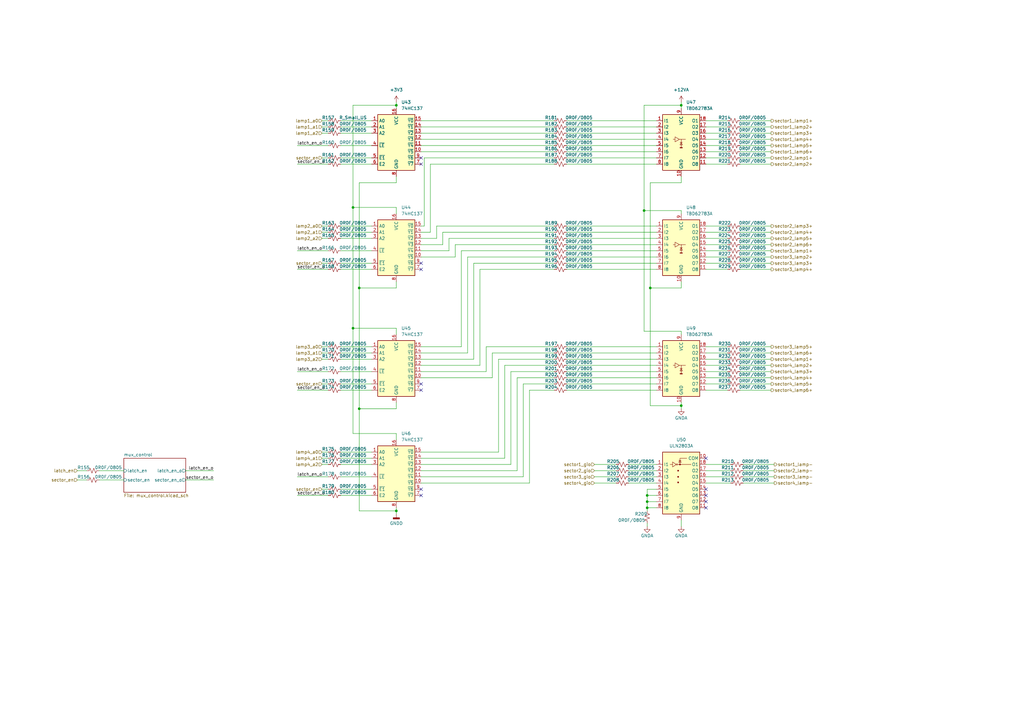
<source format=kicad_sch>
(kicad_sch (version 20211123) (generator eeschema)
  (paper "A3")
  (title_block (title "traffic_lamp_drive") (date "2022-08-27") (rev "rev00"))
  (lib_symbols
    (symbol "74xx:74HC137"
      (property "Reference" "U" (at -7.62 13.97 0))
      (property "Value" "74HC137" (at 2.54 -11.43 0))
      (symbol "74HC137_0_1"
        (rectangle (start -7.62 12.7) (end 7.62 -10.16) (stroke (width 0.254)) (fill (type background)))
      )
      (symbol "74HC137_1_1"
        (pin input line (at -10.16 10.16 0) (length 2.54) (name "A0") (number "1"))
        (pin output line (at 10.16 -2.54 180) (length 2.54) (name "~{Y5}") (number "10"))
        (pin output line (at 10.16 0 180) (length 2.54) (name "~{Y4}") (number "11"))
        (pin output line (at 10.16 2.54 180) (length 2.54) (name "~{Y3}") (number "12"))
        (pin output line (at 10.16 5.08 180) (length 2.54) (name "~{Y2}") (number "13"))
        (pin output line (at 10.16 7.62 180) (length 2.54) (name "~{Y1}") (number "14"))
        (pin output line (at 10.16 10.16 180) (length 2.54) (name "~{Y0}") (number "15"))
        (pin power_in line (at 0 15.24 270) (length 2.54) (name "VCC") (number "16"))
        (pin input line (at -10.16 7.62 0) (length 2.54) (name "A1") (number "2"))
        (pin input line (at -10.16 5.08 0) (length 2.54) (name "A2") (number "3"))
        (pin input line (at -10.16 0 0) (length 2.54) (name "~{LE}") (number "4"))
        (pin input line (at -10.16 -5.08 0) (length 2.54) (name "~{E1}") (number "5"))
        (pin input line (at -10.16 -7.62 0) (length 2.54) (name "E2") (number "6"))
        (pin output line (at 10.16 -7.62 180) (length 2.54) (name "~{Y7}") (number "7"))
        (pin power_in line (at 0 -12.7 90) (length 2.54) (name "GND") (number "8"))
        (pin output line (at 10.16 -5.08 180) (length 2.54) (name "~{Y6}") (number "9"))
      )
    )
    (symbol "Device:R_Small_US" (pin_numbers hide) (pin_names (offset 0.254) hide)
      (property "Reference" "R" (at 0.762 0.508 0))
      (property "Value" "R_Small_US" (at 0.762 -1.016 0))
      (symbol "R_Small_US_1_1"
        (polyline (pts (xy 0 0) (xy 1.016 -0.381) (xy 0 -0.762) (xy -1.016 -1.143) (xy 0 -1.524)))
        (polyline (pts (xy 0 1.524) (xy 1.016 1.143) (xy 0 0.762) (xy -1.016 0.381) (xy 0 0)))
        (pin passive line (at 0 2.54 270) (length 1.016) (name "~") (number "1"))
        (pin passive line (at 0 -2.54 90) (length 1.016) (name "~") (number "2"))
      )
    )
    (symbol "Transistor_Array:TBD62783A"
      (property "Reference" "U" (at -7.62 11.43 0))
      (property "Value" "TBD62783A" (at 1.27 11.43 0))
      (symbol "TBD62783A_0_1"
        (rectangle (start -7.62 10.16) (end 7.62 -12.7) (stroke (width 0.254)) (fill (type background)))
        (rectangle (start -0.508 -3.302) (end 0.508 -3.556) (fill (type outline)))
        (polyline (pts (xy -1.778 -2.794) (xy -1.778 -2.794)) (stroke (width 0.254)))
        (polyline (pts (xy -1.778 -2.032) (xy -1.778 -2.032)) (stroke (width 0.254)))
        (polyline (pts (xy -1.778 -1.27) (xy -1.778 -1.27)) (stroke (width 0.254)))
        (polyline (pts (xy -1.778 1.27) (xy -1.778 1.27)) (stroke (width 0.254)))
        (polyline (pts (xy -1.778 2.032) (xy -1.778 2.032)) (stroke (width 0.254)))
        (polyline (pts (xy -1.778 2.794) (xy -1.778 2.794)) (stroke (width 0.254)))
        (polyline (pts (xy -0.762 0) (xy 1.778 0)))
        (polyline (pts (xy -0.508 -1.27) (xy 0.508 -1.27)))
        (polyline (pts (xy 0 0) (xy 0 -3.302)))
        (polyline (pts (xy 0 0) (xy 0 0)) (stroke (width 0.508)))
        (polyline (pts (xy 0 -1.27) (xy -0.508 -2.286) (xy 0.508 -2.286) (xy 0 -1.27)))
        (polyline (pts (xy -3.302 0) (xy -2.54 0) (xy -2.54 1.016) (xy -0.762 0) (xy -2.54 -1.016) (xy -2.54 0)))
      )
      (symbol "TBD62783A_1_1"
        (pin input line (at -10.16 7.62 0) (length 2.54) (name "I1") (number "1"))
        (pin power_in line (at 0 -15.24 90) (length 2.54) (name "GND") (number "10"))
        (pin open_emitter line (at 10.16 -10.16 180) (length 2.54) (name "O8") (number "11"))
        (pin open_emitter line (at 10.16 -7.62 180) (length 2.54) (name "O7") (number "12"))
        (pin open_emitter line (at 10.16 -5.08 180) (length 2.54) (name "O6") (number "13"))
        (pin open_emitter line (at 10.16 -2.54 180) (length 2.54) (name "O5") (number "14"))
        (pin open_emitter line (at 10.16 0 180) (length 2.54) (name "O4") (number "15"))
        (pin open_emitter line (at 10.16 2.54 180) (length 2.54) (name "O3") (number "16"))
        (pin open_emitter line (at 10.16 5.08 180) (length 2.54) (name "O2") (number "17"))
        (pin open_emitter line (at 10.16 7.62 180) (length 2.54) (name "O1") (number "18"))
        (pin input line (at -10.16 5.08 0) (length 2.54) (name "I2") (number "2"))
        (pin input line (at -10.16 2.54 0) (length 2.54) (name "I3") (number "3"))
        (pin input line (at -10.16 0 0) (length 2.54) (name "I4") (number "4"))
        (pin input line (at -10.16 -2.54 0) (length 2.54) (name "I5") (number "5"))
        (pin input line (at -10.16 -5.08 0) (length 2.54) (name "I6") (number "6"))
        (pin input line (at -10.16 -7.62 0) (length 2.54) (name "I7") (number "7"))
        (pin input line (at -10.16 -10.16 0) (length 2.54) (name "I8") (number "8"))
        (pin power_in line (at 0 12.7 270) (length 2.54) (name "VCC") (number "9"))
      )
    )
    (symbol "Transistor_Array:ULN2803A"
      (property "Reference" "U" (at 0 13.335 0))
      (property "Value" "ULN2803A" (at 0 11.43 0))
      (symbol "ULN2803A_0_1"
        (rectangle (start -7.62 -15.24) (end 7.62 10.16) (stroke (width 0.254)) (fill (type background)))
        (circle (center -1.778 5.08) (radius 0.254))
        (circle (center -1.27 -2.286) (radius 0.254) (fill (type outline)))
        (circle (center -1.27 0) (radius 0.254) (fill (type outline)))
        (circle (center -1.27 2.54) (radius 0.254) (fill (type outline)))
        (circle (center -0.508 5.08) (radius 0.254) (fill (type outline)))
        (polyline (pts (xy -4.572 5.08) (xy -3.556 5.08)))
        (polyline (pts (xy -1.524 5.08) (xy 4.064 5.08)))
        (polyline (pts (xy 0 6.731) (xy -1.016 6.731)))
        (polyline (pts (xy -0.508 5.08) (xy -0.508 7.62) (xy 2.286 7.62)))
        (polyline (pts (xy -3.556 6.096) (xy -3.556 4.064) (xy -2.032 5.08) (xy -3.556 6.096)))
        (polyline (pts (xy 0 5.969) (xy -1.016 5.969) (xy -0.508 6.731) (xy 0 5.969)))
      )
      (symbol "ULN2803A_1_1"
        (pin input line (at -10.16 5.08 0) (length 2.54) (name "I1") (number "1"))
        (pin passive line (at 10.16 7.62 180) (length 2.54) (name "COM") (number "10"))
        (pin open_collector line (at 10.16 -12.7 180) (length 2.54) (name "O8") (number "11"))
        (pin open_collector line (at 10.16 -10.16 180) (length 2.54) (name "O7") (number "12"))
        (pin open_collector line (at 10.16 -7.62 180) (length 2.54) (name "O6") (number "13"))
        (pin open_collector line (at 10.16 -5.08 180) (length 2.54) (name "O5") (number "14"))
        (pin open_collector line (at 10.16 -2.54 180) (length 2.54) (name "O4") (number "15"))
        (pin open_collector line (at 10.16 0 180) (length 2.54) (name "O3") (number "16"))
        (pin open_collector line (at 10.16 2.54 180) (length 2.54) (name "O2") (number "17"))
        (pin open_collector line (at 10.16 5.08 180) (length 2.54) (name "O1") (number "18"))
        (pin input line (at -10.16 2.54 0) (length 2.54) (name "I2") (number "2"))
        (pin input line (at -10.16 0 0) (length 2.54) (name "I3") (number "3"))
        (pin input line (at -10.16 -2.54 0) (length 2.54) (name "I4") (number "4"))
        (pin input line (at -10.16 -5.08 0) (length 2.54) (name "I5") (number "5"))
        (pin input line (at -10.16 -7.62 0) (length 2.54) (name "I6") (number "6"))
        (pin input line (at -10.16 -10.16 0) (length 2.54) (name "I7") (number "7"))
        (pin input line (at -10.16 -12.7 0) (length 2.54) (name "I8") (number "8"))
        (pin power_in line (at 0 -17.78 90) (length 2.54) (name "GND") (number "9"))
      )
    )
    (symbol "power:+12VA" (power) (pin_names (offset 0))
      (property "Value" "+12VA" (at 0 3.556 0))
      (symbol "+12VA_0_1"
        (polyline (pts (xy -0.762 1.27) (xy 0 2.54)))
        (polyline (pts (xy 0 0) (xy 0 2.54)))
        (polyline (pts (xy 0 2.54) (xy 0.762 1.27)))
      )
      (symbol "+12VA_1_1"
        (pin power_in line (at 0 0 90) (length 0) hide (name "+12VA") (number "1"))
      )
    )
    (symbol "power:+3V3" (power) (pin_names (offset 0))
      (property "Value" "+3V3" (at 0 3.556 0))
      (symbol "+3V3_0_1"
        (polyline (pts (xy -0.762 1.27) (xy 0 2.54)))
        (polyline (pts (xy 0 0) (xy 0 2.54)))
        (polyline (pts (xy 0 2.54) (xy 0.762 1.27)))
      )
      (symbol "+3V3_1_1"
        (pin power_in line (at 0 0 90) (length 0) hide (name "+3V3") (number "1"))
      )
    )
    (symbol "power:GNDA" (power) (pin_names (offset 0))
      (property "Value" "GNDA" (at 0 -3.81 0))
      (symbol "GNDA_0_1"
        (polyline (pts (xy 0 0) (xy 0 -1.27) (xy 1.27 -1.27) (xy 0 -2.54) (xy -1.27 -1.27) (xy 0 -1.27)))
      )
      (symbol "GNDA_1_1"
        (pin power_in line (at 0 0 270) (length 0) hide (name "GNDA") (number "1"))
      )
    )
    (symbol "power:GNDD" (power) (pin_names (offset 0))
      (property "Value" "GNDD" (at 0 -3.175 0))
      (symbol "GNDD_0_1"
        (rectangle (start -1.27 -1.524) (end 1.27 -2.032) (stroke (width 0.254)) (fill (type outline)))
        (polyline (pts (xy 0 0) (xy 0 -1.524)))
      )
      (symbol "GNDD_1_1"
        (pin power_in line (at 0 0 270) (length 0) hide (name "GNDD") (number "1"))
      )
    )
  )
  (junction (at 266.7 118.11))
  (junction (at 264.16 86.36))
  (junction (at 147.32 118.11))
  (junction (at 144.78 134.62))
  (junction (at 162.56 209.55))
  (junction (at 279.4 166.37))
  (junction (at 265.43 205.74))
  (junction (at 265.43 208.28))
  (junction (at 279.4 43.18))
  (junction (at 162.56 43.18))
  (junction (at 144.78 85.09))
  (junction (at 265.43 203.2))
  (junction (at 147.32 167.64))
  (no_connect (at 172.72 200.66))
  (no_connect (at 172.72 203.2))
  (no_connect (at 289.56 187.96))
  (no_connect (at 172.72 64.77))
  (no_connect (at 172.72 67.31))
  (no_connect (at 172.72 157.48))
  (no_connect (at 172.72 160.02))
  (no_connect (at 289.56 203.2))
  (no_connect (at 289.56 200.66))
  (no_connect (at 289.56 205.74))
  (no_connect (at 289.56 208.28))
  (no_connect (at 172.72 107.95))
  (no_connect (at 172.72 110.49))
  (wire (pts (xy 289.56 59.69) (xy 298.45 59.69)))
  (wire (pts (xy 191.77 144.78) (xy 191.77 105.41)))
  (wire (pts (xy 132.08 190.5) (xy 134.62 190.5)))
  (wire (pts (xy 139.7 144.78) (xy 152.4 144.78)))
  (wire (pts (xy 289.56 97.79) (xy 298.45 97.79)))
  (wire (pts (xy 289.56 147.32) (xy 298.45 147.32)))
  (wire (pts (xy 304.8 198.12) (xy 317.5 198.12)))
  (wire (pts (xy 172.72 97.79) (xy 179.07 97.79)))
  (wire (pts (xy 172.72 57.15) (xy 227.33 57.15)))
  (wire (pts (xy 303.53 160.02) (xy 316.23 160.02)))
  (wire (pts (xy 191.77 105.41) (xy 227.33 105.41)))
  (wire (pts (xy 139.7 95.25) (xy 152.4 95.25)))
  (wire (pts (xy 121.92 160.02) (xy 134.62 160.02)))
  (wire (pts (xy 303.53 92.71) (xy 316.23 92.71)))
  (wire (pts (xy 132.08 95.25) (xy 134.62 95.25)))
  (wire (pts (xy 176.53 67.31) (xy 227.33 67.31)))
  (wire (pts (xy 172.72 147.32) (xy 194.31 147.32)))
  (wire (pts (xy 132.08 142.24) (xy 134.62 142.24)))
  (wire (pts (xy 207.01 149.86) (xy 227.33 149.86)))
  (wire (pts (xy 303.53 147.32) (xy 316.23 147.32)))
  (wire (pts (xy 132.08 185.42) (xy 134.62 185.42)))
  (wire (pts (xy 217.17 160.02) (xy 227.33 160.02)))
  (wire (pts (xy 303.53 142.24) (xy 316.23 142.24)))
  (wire (pts (xy 279.4 115.57) (xy 279.4 118.11)))
  (wire (pts (xy 289.56 62.23) (xy 298.45 62.23)))
  (wire (pts (xy 232.41 92.71) (xy 269.24 92.71)))
  (wire (pts (xy 139.7 157.48) (xy 152.4 157.48)))
  (wire (pts (xy 173.99 64.77) (xy 227.33 64.77)))
  (wire (pts (xy 243.84 190.5) (xy 252.73 190.5)))
  (wire (pts (xy 139.7 92.71) (xy 152.4 92.71)))
  (wire (pts (xy 172.72 52.07) (xy 227.33 52.07)))
  (wire (pts (xy 303.53 57.15) (xy 316.23 57.15)))
  (wire (pts (xy 139.7 185.42) (xy 152.4 185.42)))
  (wire (pts (xy 172.72 193.04) (xy 212.09 193.04)))
  (wire (pts (xy 303.53 49.53) (xy 316.23 49.53)))
  (wire (pts (xy 279.4 86.36) (xy 279.4 87.63)))
  (wire (pts (xy 264.16 135.89) (xy 279.4 135.89)))
  (wire (pts (xy 289.56 157.48) (xy 298.45 157.48)))
  (wire (pts (xy 172.72 59.69) (xy 227.33 59.69)))
  (wire (pts (xy 265.43 200.66) (xy 265.43 203.2)))
  (wire (pts (xy 144.78 134.62) (xy 162.56 134.62)))
  (wire (pts (xy 172.72 62.23) (xy 227.33 62.23)))
  (wire (pts (xy 162.56 208.28) (xy 162.56 209.55)))
  (wire (pts (xy 162.56 41.91) (xy 162.56 43.18)))
  (wire (pts (xy 232.41 142.24) (xy 269.24 142.24)))
  (wire (pts (xy 232.41 144.78) (xy 269.24 144.78)))
  (wire (pts (xy 132.08 92.71) (xy 134.62 92.71)))
  (wire (pts (xy 257.81 195.58) (xy 269.24 195.58)))
  (wire (pts (xy 139.7 147.32) (xy 152.4 147.32)))
  (wire (pts (xy 232.41 95.25) (xy 269.24 95.25)))
  (wire (pts (xy 139.7 110.49) (xy 152.4 110.49)))
  (wire (pts (xy 132.08 54.61) (xy 134.62 54.61)))
  (wire (pts (xy 303.53 100.33) (xy 316.23 100.33)))
  (wire (pts (xy 121.92 67.31) (xy 134.62 67.31)))
  (wire (pts (xy 172.72 49.53) (xy 227.33 49.53)))
  (wire (pts (xy 40.64 196.85) (xy 50.8 196.85)))
  (wire (pts (xy 289.56 144.78) (xy 298.45 144.78)))
  (wire (pts (xy 289.56 198.12) (xy 299.72 198.12)))
  (wire (pts (xy 243.84 198.12) (xy 252.73 198.12)))
  (wire (pts (xy 172.72 144.78) (xy 191.77 144.78)))
  (wire (pts (xy 265.43 208.28) (xy 269.24 208.28)))
  (wire (pts (xy 139.7 195.58) (xy 152.4 195.58)))
  (wire (pts (xy 132.08 52.07) (xy 134.62 52.07)))
  (wire (pts (xy 139.7 142.24) (xy 152.4 142.24)))
  (wire (pts (xy 232.41 107.95) (xy 269.24 107.95)))
  (wire (pts (xy 289.56 190.5) (xy 299.72 190.5)))
  (wire (pts (xy 179.07 97.79) (xy 179.07 92.71)))
  (wire (pts (xy 194.31 107.95) (xy 227.33 107.95)))
  (wire (pts (xy 194.31 147.32) (xy 194.31 107.95)))
  (wire (pts (xy 139.7 160.02) (xy 152.4 160.02)))
  (wire (pts (xy 232.41 152.4) (xy 269.24 152.4)))
  (wire (pts (xy 212.09 193.04) (xy 212.09 154.94)))
  (wire (pts (xy 289.56 110.49) (xy 298.45 110.49)))
  (wire (pts (xy 181.61 100.33) (xy 181.61 95.25)))
  (wire (pts (xy 144.78 43.18) (xy 144.78 85.09)))
  (wire (pts (xy 265.43 203.2) (xy 269.24 203.2)))
  (wire (pts (xy 172.72 105.41) (xy 186.69 105.41)))
  (wire (pts (xy 144.78 85.09) (xy 162.56 85.09)))
  (wire (pts (xy 279.4 165.1) (xy 279.4 166.37)))
  (wire (pts (xy 279.4 135.89) (xy 279.4 137.16)))
  (wire (pts (xy 232.41 157.48) (xy 269.24 157.48)))
  (wire (pts (xy 76.2 196.85) (xy 87.63 196.85)))
  (wire (pts (xy 289.56 154.94) (xy 298.45 154.94)))
  (wire (pts (xy 139.7 59.69) (xy 152.4 59.69)))
  (wire (pts (xy 265.43 203.2) (xy 265.43 205.74)))
  (wire (pts (xy 172.72 54.61) (xy 227.33 54.61)))
  (wire (pts (xy 289.56 49.53) (xy 298.45 49.53)))
  (wire (pts (xy 184.15 102.87) (xy 184.15 97.79)))
  (wire (pts (xy 289.56 149.86) (xy 298.45 149.86)))
  (wire (pts (xy 139.7 67.31) (xy 152.4 67.31)))
  (wire (pts (xy 132.08 200.66) (xy 134.62 200.66)))
  (wire (pts (xy 201.93 154.94) (xy 201.93 144.78)))
  (wire (pts (xy 303.53 95.25) (xy 316.23 95.25)))
  (wire (pts (xy 279.4 43.18) (xy 264.16 43.18)))
  (wire (pts (xy 243.84 195.58) (xy 252.73 195.58)))
  (wire (pts (xy 232.41 105.41) (xy 269.24 105.41)))
  (wire (pts (xy 172.72 149.86) (xy 196.85 149.86)))
  (wire (pts (xy 162.56 209.55) (xy 162.56 210.82)))
  (wire (pts (xy 31.75 193.04) (xy 35.56 193.04)))
  (wire (pts (xy 232.41 147.32) (xy 269.24 147.32)))
  (wire (pts (xy 147.32 209.55) (xy 162.56 209.55)))
  (wire (pts (xy 209.55 190.5) (xy 209.55 152.4)))
  (wire (pts (xy 264.16 86.36) (xy 279.4 86.36)))
  (wire (pts (xy 139.7 49.53) (xy 152.4 49.53)))
  (wire (pts (xy 279.4 43.18) (xy 279.4 44.45)))
  (wire (pts (xy 265.43 208.28) (xy 265.43 209.55)))
  (wire (pts (xy 289.56 160.02) (xy 298.45 160.02)))
  (wire (pts (xy 265.43 205.74) (xy 265.43 208.28)))
  (wire (pts (xy 162.56 43.18) (xy 162.56 44.45)))
  (wire (pts (xy 232.41 97.79) (xy 269.24 97.79)))
  (wire (pts (xy 232.41 110.49) (xy 269.24 110.49)))
  (wire (pts (xy 132.08 144.78) (xy 134.62 144.78)))
  (wire (pts (xy 279.4 41.91) (xy 279.4 43.18)))
  (wire (pts (xy 279.4 74.93) (xy 266.7 74.93)))
  (wire (pts (xy 289.56 107.95) (xy 298.45 107.95)))
  (wire (pts (xy 232.41 59.69) (xy 269.24 59.69)))
  (wire (pts (xy 266.7 74.93) (xy 266.7 118.11)))
  (wire (pts (xy 172.72 142.24) (xy 189.23 142.24)))
  (wire (pts (xy 186.69 105.41) (xy 186.69 100.33)))
  (wire (pts (xy 266.7 118.11) (xy 266.7 166.37)))
  (wire (pts (xy 303.53 59.69) (xy 316.23 59.69)))
  (wire (pts (xy 204.47 185.42) (xy 204.47 147.32)))
  (wire (pts (xy 172.72 198.12) (xy 217.17 198.12)))
  (wire (pts (xy 232.41 57.15) (xy 269.24 57.15)))
  (wire (pts (xy 139.7 102.87) (xy 152.4 102.87)))
  (wire (pts (xy 232.41 160.02) (xy 269.24 160.02)))
  (wire (pts (xy 289.56 105.41) (xy 298.45 105.41)))
  (wire (pts (xy 303.53 102.87) (xy 316.23 102.87)))
  (wire (pts (xy 139.7 203.2) (xy 152.4 203.2)))
  (wire (pts (xy 289.56 100.33) (xy 298.45 100.33)))
  (wire (pts (xy 139.7 54.61) (xy 152.4 54.61)))
  (wire (pts (xy 264.16 43.18) (xy 264.16 86.36)))
  (wire (pts (xy 172.72 187.96) (xy 207.01 187.96)))
  (wire (pts (xy 289.56 57.15) (xy 298.45 57.15)))
  (wire (pts (xy 303.53 62.23) (xy 316.23 62.23)))
  (wire (pts (xy 303.53 67.31) (xy 316.23 67.31)))
  (wire (pts (xy 232.41 102.87) (xy 269.24 102.87)))
  (wire (pts (xy 232.41 54.61) (xy 269.24 54.61)))
  (wire (pts (xy 204.47 147.32) (xy 227.33 147.32)))
  (wire (pts (xy 269.24 200.66) (xy 265.43 200.66)))
  (wire (pts (xy 162.56 118.11) (xy 162.56 115.57)))
  (wire (pts (xy 303.53 97.79) (xy 316.23 97.79)))
  (wire (pts (xy 132.08 147.32) (xy 134.62 147.32)))
  (wire (pts (xy 181.61 95.25) (xy 227.33 95.25)))
  (wire (pts (xy 266.7 118.11) (xy 279.4 118.11)))
  (wire (pts (xy 257.81 193.04) (xy 269.24 193.04)))
  (wire (pts (xy 147.32 118.11) (xy 147.32 167.64)))
  (wire (pts (xy 176.53 95.25) (xy 176.53 67.31)))
  (wire (pts (xy 162.56 43.18) (xy 144.78 43.18)))
  (wire (pts (xy 257.81 190.5) (xy 269.24 190.5)))
  (wire (pts (xy 132.08 97.79) (xy 134.62 97.79)))
  (wire (pts (xy 196.85 110.49) (xy 227.33 110.49)))
  (wire (pts (xy 232.41 100.33) (xy 269.24 100.33)))
  (wire (pts (xy 279.4 213.36) (xy 279.4 215.9)))
  (wire (pts (xy 232.41 154.94) (xy 269.24 154.94)))
  (wire (pts (xy 232.41 64.77) (xy 269.24 64.77)))
  (wire (pts (xy 289.56 95.25) (xy 298.45 95.25)))
  (wire (pts (xy 172.72 154.94) (xy 201.93 154.94)))
  (wire (pts (xy 144.78 134.62) (xy 144.78 177.8)))
  (wire (pts (xy 184.15 97.79) (xy 227.33 97.79)))
  (wire (pts (xy 264.16 86.36) (xy 264.16 135.89)))
  (wire (pts (xy 144.78 177.8) (xy 162.56 177.8)))
  (wire (pts (xy 207.01 187.96) (xy 207.01 149.86)))
  (wire (pts (xy 289.56 54.61) (xy 298.45 54.61)))
  (wire (pts (xy 304.8 193.04) (xy 317.5 193.04)))
  (wire (pts (xy 144.78 85.09) (xy 144.78 134.62)))
  (wire (pts (xy 232.41 62.23) (xy 269.24 62.23)))
  (wire (pts (xy 172.72 195.58) (xy 214.63 195.58)))
  (wire (pts (xy 172.72 102.87) (xy 184.15 102.87)))
  (wire (pts (xy 132.08 64.77) (xy 134.62 64.77)))
  (wire (pts (xy 209.55 152.4) (xy 227.33 152.4)))
  (wire (pts (xy 199.39 152.4) (xy 199.39 142.24)))
  (wire (pts (xy 232.41 52.07) (xy 269.24 52.07)))
  (wire (pts (xy 289.56 142.24) (xy 298.45 142.24)))
  (wire (pts (xy 214.63 195.58) (xy 214.63 157.48)))
  (wire (pts (xy 162.56 167.64) (xy 162.56 165.1)))
  (wire (pts (xy 172.72 152.4) (xy 199.39 152.4)))
  (wire (pts (xy 139.7 152.4) (xy 152.4 152.4)))
  (wire (pts (xy 232.41 49.53) (xy 269.24 49.53)))
  (wire (pts (xy 172.72 190.5) (xy 209.55 190.5)))
  (wire (pts (xy 201.93 144.78) (xy 227.33 144.78)))
  (wire (pts (xy 303.53 149.86) (xy 316.23 149.86)))
  (wire (pts (xy 76.2 193.04) (xy 87.63 193.04)))
  (wire (pts (xy 172.72 92.71) (xy 173.99 92.71)))
  (wire (pts (xy 121.92 110.49) (xy 134.62 110.49)))
  (wire (pts (xy 132.08 187.96) (xy 134.62 187.96)))
  (wire (pts (xy 303.53 54.61) (xy 316.23 54.61)))
  (wire (pts (xy 289.56 67.31) (xy 298.45 67.31)))
  (wire (pts (xy 279.4 72.39) (xy 279.4 74.93)))
  (wire (pts (xy 147.32 118.11) (xy 162.56 118.11)))
  (wire (pts (xy 303.53 154.94) (xy 316.23 154.94)))
  (wire (pts (xy 132.08 107.95) (xy 134.62 107.95)))
  (wire (pts (xy 139.7 52.07) (xy 152.4 52.07)))
  (wire (pts (xy 214.63 157.48) (xy 227.33 157.48)))
  (wire (pts (xy 172.72 100.33) (xy 181.61 100.33)))
  (wire (pts (xy 257.81 198.12) (xy 269.24 198.12)))
  (wire (pts (xy 147.32 167.64) (xy 147.32 209.55)))
  (wire (pts (xy 172.72 185.42) (xy 204.47 185.42)))
  (wire (pts (xy 147.32 74.93) (xy 147.32 118.11)))
  (wire (pts (xy 279.4 166.37) (xy 279.4 167.64)))
  (wire (pts (xy 265.43 205.74) (xy 269.24 205.74)))
  (wire (pts (xy 266.7 166.37) (xy 279.4 166.37)))
  (wire (pts (xy 139.7 97.79) (xy 152.4 97.79)))
  (wire (pts (xy 303.53 157.48) (xy 316.23 157.48)))
  (wire (pts (xy 162.56 177.8) (xy 162.56 180.34)))
  (wire (pts (xy 172.72 95.25) (xy 176.53 95.25)))
  (wire (pts (xy 147.32 167.64) (xy 162.56 167.64)))
  (wire (pts (xy 243.84 193.04) (xy 252.73 193.04)))
  (wire (pts (xy 139.7 190.5) (xy 152.4 190.5)))
  (wire (pts (xy 162.56 85.09) (xy 162.56 87.63)))
  (wire (pts (xy 232.41 67.31) (xy 269.24 67.31)))
  (wire (pts (xy 289.56 195.58) (xy 299.72 195.58)))
  (wire (pts (xy 173.99 92.71) (xy 173.99 64.77)))
  (wire (pts (xy 303.53 110.49) (xy 316.23 110.49)))
  (wire (pts (xy 40.64 193.04) (xy 50.8 193.04)))
  (wire (pts (xy 265.43 214.63) (xy 265.43 215.9)))
  (wire (pts (xy 162.56 72.39) (xy 162.56 74.93)))
  (wire (pts (xy 303.53 105.41) (xy 316.23 105.41)))
  (wire (pts (xy 303.53 52.07) (xy 316.23 52.07)))
  (wire (pts (xy 121.92 59.69) (xy 134.62 59.69)))
  (wire (pts (xy 303.53 152.4) (xy 316.23 152.4)))
  (wire (pts (xy 303.53 144.78) (xy 316.23 144.78)))
  (wire (pts (xy 139.7 200.66) (xy 152.4 200.66)))
  (wire (pts (xy 289.56 92.71) (xy 298.45 92.71)))
  (wire (pts (xy 121.92 102.87) (xy 134.62 102.87)))
  (wire (pts (xy 189.23 142.24) (xy 189.23 102.87)))
  (wire (pts (xy 186.69 100.33) (xy 227.33 100.33)))
  (wire (pts (xy 212.09 154.94) (xy 227.33 154.94)))
  (wire (pts (xy 304.8 190.5) (xy 317.5 190.5)))
  (wire (pts (xy 289.56 52.07) (xy 298.45 52.07)))
  (wire (pts (xy 199.39 142.24) (xy 227.33 142.24)))
  (wire (pts (xy 303.53 107.95) (xy 316.23 107.95)))
  (wire (pts (xy 139.7 64.77) (xy 152.4 64.77)))
  (wire (pts (xy 121.92 152.4) (xy 134.62 152.4)))
  (wire (pts (xy 289.56 64.77) (xy 298.45 64.77)))
  (wire (pts (xy 289.56 152.4) (xy 298.45 152.4)))
  (wire (pts (xy 162.56 134.62) (xy 162.56 137.16)))
  (wire (pts (xy 162.56 74.93) (xy 147.32 74.93)))
  (wire (pts (xy 303.53 64.77) (xy 316.23 64.77)))
  (wire (pts (xy 196.85 149.86) (xy 196.85 110.49)))
  (wire (pts (xy 31.75 196.85) (xy 35.56 196.85)))
  (wire (pts (xy 121.92 195.58) (xy 134.62 195.58)))
  (wire (pts (xy 139.7 187.96) (xy 152.4 187.96)))
  (wire (pts (xy 289.56 193.04) (xy 299.72 193.04)))
  (wire (pts (xy 217.17 198.12) (xy 217.17 160.02)))
  (wire (pts (xy 139.7 107.95) (xy 152.4 107.95)))
  (wire (pts (xy 232.41 149.86) (xy 269.24 149.86)))
  (wire (pts (xy 189.23 102.87) (xy 227.33 102.87)))
  (wire (pts (xy 121.92 203.2) (xy 134.62 203.2)))
  (wire (pts (xy 132.08 157.48) (xy 134.62 157.48)))
  (wire (pts (xy 132.08 49.53) (xy 134.62 49.53)))
  (wire (pts (xy 179.07 92.71) (xy 227.33 92.71)))
  (wire (pts (xy 289.56 102.87) (xy 298.45 102.87)))
  (wire (pts (xy 304.8 195.58) (xy 317.5 195.58)))
  (label "latch_en_o" (at 121.92 59.69 0))
  (label "sector_en_o" (at 87.63 196.85 180))
  (label "latch_en_o" (at 121.92 195.58 0))
  (label "sector_en_o" (at 121.92 110.49 0))
  (label "sector_en_o" (at 121.92 160.02 0))
  (label "latch_en_o" (at 87.63 193.04 180))
  (label "sector_en_o" (at 121.92 203.2 0))
  (label "latch_en_o" (at 121.92 102.87 0))
  (label "latch_en_o" (at 121.92 152.4 0))
  (label "sector_en_o" (at 121.92 67.31 0))
  (hierarchical_label "sector_en" (shape input) (at 132.08 157.48 180))
  (hierarchical_label "sector1_lamp4+" (shape output) (at 316.23 57.15 0))
  (hierarchical_label "sector3_lamp4+" (shape output) (at 316.23 110.49 0))
  (hierarchical_label "sector2_lamp5+" (shape output) (at 316.23 97.79 0))
  (hierarchical_label "lamp2_a2" (shape input) (at 132.08 97.79 180))
  (hierarchical_label "sector_en" (shape input) (at 31.75 196.85 180))
  (hierarchical_label "sector4_lamp6+" (shape output) (at 316.23 160.02 0))
  (hierarchical_label "lamp3_a1" (shape input) (at 132.08 144.78 180))
  (hierarchical_label "sector2_lamp1+" (shape output) (at 316.23 64.77 0))
  (hierarchical_label "sector2_lamp-" (shape output) (at 317.5 193.04 0))
  (hierarchical_label "lamp3_a0" (shape input) (at 132.08 142.24 180))
  (hierarchical_label "sector3_lamp-" (shape output) (at 317.5 195.58 0))
  (hierarchical_label "lamp1_a0" (shape input) (at 132.08 49.53 180))
  (hierarchical_label "lamp2_a0" (shape input) (at 132.08 92.71 180))
  (hierarchical_label "sector4_lamp5+" (shape output) (at 316.23 157.48 0))
  (hierarchical_label "sector4_lamp-" (shape output) (at 317.5 198.12 0))
  (hierarchical_label "latch_en" (shape input) (at 31.75 193.04 180))
  (hierarchical_label "sector4_lamp1+" (shape output) (at 316.23 147.32 0))
  (hierarchical_label "lamp3_a2" (shape input) (at 132.08 147.32 180))
  (hierarchical_label "lamp2_a1" (shape input) (at 132.08 95.25 180))
  (hierarchical_label "sector3_lamp2+" (shape output) (at 316.23 105.41 0))
  (hierarchical_label "sector1_lamp-" (shape output) (at 317.5 190.5 0))
  (hierarchical_label "sector3_gio" (shape input) (at 243.84 195.58 180))
  (hierarchical_label "sector1_lamp1+" (shape output) (at 316.23 49.53 0))
  (hierarchical_label "sector_en" (shape input) (at 132.08 107.95 180))
  (hierarchical_label "sector2_gio" (shape input) (at 243.84 193.04 180))
  (hierarchical_label "sector2_lamp3+" (shape output) (at 316.23 92.71 0))
  (hierarchical_label "sector1_lamp2+" (shape output) (at 316.23 52.07 0))
  (hierarchical_label "sector4_gio" (shape input) (at 243.84 198.12 180))
  (hierarchical_label "sector3_lamp5+" (shape output) (at 316.23 142.24 0))
  (hierarchical_label "sector2_lamp4+" (shape output) (at 316.23 95.25 0))
  (hierarchical_label "sector4_lamp4+" (shape output) (at 316.23 154.94 0))
  (hierarchical_label "sector4_lamp2+" (shape output) (at 316.23 149.86 0))
  (hierarchical_label "sector1_lamp6+" (shape output) (at 316.23 62.23 0))
  (hierarchical_label "lamp1_a1" (shape input) (at 132.08 52.07 180))
  (hierarchical_label "sector1_lamp3+" (shape output) (at 316.23 54.61 0))
  (hierarchical_label "sector1_gio" (shape input) (at 243.84 190.5 180))
  (hierarchical_label "lamp1_a2" (shape input) (at 132.08 54.61 180))
  (hierarchical_label "lamp4_a0" (shape input) (at 132.08 185.42 180))
  (hierarchical_label "sector_en" (shape input) (at 132.08 64.77 180))
  (hierarchical_label "sector1_lamp5+" (shape output) (at 316.23 59.69 0))
  (hierarchical_label "sector2_lamp6+" (shape output) (at 316.23 100.33 0))
  (hierarchical_label "sector3_lamp6+" (shape output) (at 316.23 144.78 0))
  (hierarchical_label "lamp4_a2" (shape input) (at 132.08 190.5 180))
  (hierarchical_label "sector2_lamp2+" (shape output) (at 316.23 67.31 0))
  (hierarchical_label "sector3_lamp1+" (shape output) (at 316.23 102.87 0))
  (hierarchical_label "sector_en" (shape input) (at 132.08 200.66 180))
  (hierarchical_label "lamp4_a1" (shape input) (at 132.08 187.96 180))
  (hierarchical_label "sector4_lamp3+" (shape output) (at 316.23 152.4 0))
  (hierarchical_label "sector3_lamp3+" (shape output) (at 316.23 107.95 0))
  (symbol (lib_id "Device:R_Small_US") (at 137.16 97.79 90) (unit 1)
    (property "Reference" "R165" (at 134.62 96.52 90))
    (property "Value" "0R0F/0805" (at 144.78 96.52 90))
  )
  (symbol (lib_id "Device:R_Small_US") (at 229.87 144.78 90) (unit 1)
    (property "Reference" "R198" (at 226.06 143.51 90))
    (property "Value" "0R0F/0805" (at 237.49 143.51 90))
  )
  (symbol (lib_id "Device:R_Small_US") (at 229.87 100.33 90) (unit 1)
    (property "Reference" "R192" (at 226.06 99.06 90))
    (property "Value" "0R0F/0805" (at 237.49 99.06 90))
  )
  (symbol (lib_id "Device:R_Small_US") (at 137.16 147.32 90) (unit 1)
    (property "Reference" "R171" (at 134.62 146.05 90))
    (property "Value" "0R0F/0805" (at 144.78 146.05 90))
  )
  (symbol (lib_id "Device:R_Small_US") (at 137.16 187.96 90) (unit 1)
    (property "Reference" "R176" (at 134.62 186.69 90))
    (property "Value" "0R0F/0805" (at 144.78 186.69 90))
  )
  (symbol (lib_id "Device:R_Small_US") (at 300.99 59.69 90) (unit 1)
    (property "Reference" "R218" (at 297.18 58.42 90))
    (property "Value" "0R0F/0805" (at 308.61 58.42 90))
  )
  (symbol (lib_id "Device:R_Small_US") (at 137.16 203.2 90) (unit 1)
    (property "Reference" "R180" (at 134.62 201.93 90))
    (property "Value" "0R0F/0805" (at 144.78 201.93 90))
  )
  (symbol (lib_id "Device:R_Small_US") (at 137.16 92.71 90) (unit 1)
    (property "Reference" "R163" (at 134.62 91.44 90))
    (property "Value" "0R0F/0805" (at 144.78 91.44 90))
  )
  (symbol (lib_id "Device:R_Small_US") (at 229.87 97.79 90) (unit 1)
    (property "Reference" "R191" (at 226.06 96.52 90))
    (property "Value" "0R0F/0805" (at 237.49 96.52 90))
  )
  (symbol (lib_id "Device:R_Small_US") (at 137.16 144.78 90) (unit 1)
    (property "Reference" "R170" (at 134.62 143.51 90))
    (property "Value" "0R0F/0805" (at 144.78 143.51 90))
  )
  (symbol (lib_id "Device:R_Small_US") (at 300.99 154.94 90) (unit 1)
    (property "Reference" "R235" (at 297.18 153.67 90))
    (property "Value" "0R0F/0805" (at 308.61 153.67 90))
  )
  (symbol (lib_id "Device:R_Small_US") (at 300.99 52.07 90) (unit 1)
    (property "Reference" "R215" (at 297.18 50.8 90))
    (property "Value" "0R0F/0805" (at 308.61 50.8 90))
  )
  (symbol (lib_id "Device:R_Small_US") (at 137.16 102.87 90) (unit 1)
    (property "Reference" "R166" (at 134.62 101.6 90))
    (property "Value" "0R0F/0805" (at 144.78 101.6 90))
  )
  (symbol (lib_id "Device:R_Small_US") (at 302.26 190.5 90) (unit 1)
    (property "Reference" "R210" (at 298.45 189.23 90))
    (property "Value" "0R0F/0805" (at 309.88 189.23 90))
  )
  (symbol (lib_id "Device:R_Small_US") (at 300.99 54.61 90) (unit 1)
    (property "Reference" "R216" (at 297.18 53.34 90))
    (property "Value" "0R0F/0805" (at 308.61 53.34 90))
  )
  (symbol (lib_id "power:GNDA") (at 265.43 215.9 0) (unit 1)
    (property "Reference" "#PWR0143" (effects hide))
    (property "Value" "GNDA" (at 265.43 219.71 0))
  )
  (symbol (lib_id "Device:R_Small_US") (at 137.16 195.58 90) (unit 1)
    (property "Reference" "R178" (at 134.62 194.31 90))
    (property "Value" "0R0F/0805" (at 144.78 194.31 90))
  )
  (symbol (lib_id "Device:R_Small_US") (at 229.87 57.15 90) (unit 1)
    (property "Reference" "R184" (at 226.06 55.88 90))
    (property "Value" "0R0F/0805" (at 237.49 55.88 90))
  )
  (symbol (lib_id "power:GNDD") (at 162.56 210.82 0) (unit 1)
    (property "Reference" "#PWR0142" (effects hide))
    (property "Value" "GNDD" (at 162.56 214.63 0))
  )
  (symbol (lib_id "Device:R_Small_US") (at 300.99 157.48 90) (unit 1)
    (property "Reference" "R236" (at 297.18 156.21 90))
    (property "Value" "0R0F/0805" (at 308.61 156.21 90))
  )
  (symbol (lib_id "Device:R_Small_US") (at 255.27 193.04 90) (unit 1)
    (property "Reference" "R206" (at 251.46 191.77 90))
    (property "Value" "0R0F/0805" (at 262.89 191.77 90))
  )
  (symbol (lib_id "Device:R_Small_US") (at 137.16 64.77 90) (unit 1)
    (property "Reference" "R161" (at 134.62 63.5 90))
    (property "Value" "0R0F/0805" (at 144.78 63.5 90))
  )
  (symbol (lib_id "Device:R_Small_US") (at 229.87 54.61 90) (unit 1)
    (property "Reference" "R183" (at 226.06 53.34 90))
    (property "Value" "0R0F/0805" (at 237.49 53.34 90))
  )
  (symbol (lib_id "Transistor_Array:TBD62783A") (at 279.4 149.86 0) (unit 1)
    (property "Reference" "U49" (at 281.4194 134.62 0) (effects (justify left)))
    (property "Value" "TBD62783A" (at 281.4194 137.16 0) (effects (justify left)))
    (property "Datasheet" "http://toshiba.semicon-storage.com/info/docget.jsp?did=30523&prodName=TBD62783APG" (effects hide))
  )
  (symbol (lib_id "Device:R_Small_US") (at 300.99 102.87 90) (unit 1)
    (property "Reference" "R226" (at 297.18 101.6 90))
    (property "Value" "0R0F/0805" (at 308.61 101.6 90))
  )
  (symbol (lib_id "Device:R_Small_US") (at 300.99 142.24 90) (unit 1)
    (property "Reference" "R230" (at 297.18 140.97 90))
    (property "Value" "0R0F/0805" (at 308.61 140.97 90))
  )
  (symbol (lib_id "Device:R_Small_US") (at 255.27 198.12 90) (unit 1)
    (property "Reference" "R208" (at 251.46 196.85 90))
    (property "Value" "0R0F/0805" (at 262.89 196.85 90))
  )
  (symbol (lib_id "Device:R_Small_US") (at 137.16 160.02 90) (unit 1)
    (property "Reference" "R174" (at 134.62 158.75 90))
    (property "Value" "0R0F/0805" (at 144.78 158.75 90))
  )
  (symbol (lib_id "Transistor_Array:TBD62783A") (at 279.4 57.15 0) (unit 1)
    (property "Reference" "U47" (at 281.4194 41.91 0) (effects (justify left)))
    (property "Value" "TBD62783A" (at 281.4194 44.45 0) (effects (justify left)))
    (property "Datasheet" "http://toshiba.semicon-storage.com/info/docget.jsp?did=30523&prodName=TBD62783APG" (effects hide))
    (property "Reference" "U47" (effects hide))
    (property "Value" "TBD62783A" (effects hide))
  )
  (symbol (lib_id "Device:R_Small_US") (at 300.99 95.25 90) (unit 1)
    (property "Reference" "R223" (at 297.18 93.98 90))
    (property "Value" "0R0F/0805" (at 308.61 93.98 90))
  )
  (symbol (lib_id "Device:R_Small_US") (at 229.87 157.48 90) (unit 1)
    (property "Reference" "R203" (at 226.06 156.21 90))
    (property "Value" "0R0F/0805" (at 237.49 156.21 90))
  )
  (symbol (lib_id "Device:R_Small_US") (at 300.99 152.4 90) (unit 1)
    (property "Reference" "R234" (at 297.18 151.13 90))
    (property "Value" "0R0F/0805" (at 308.61 151.13 90))
  )
  (symbol (lib_id "Device:R_Small_US") (at 229.87 59.69 90) (unit 1)
    (property "Reference" "R185" (at 226.06 58.42 90))
    (property "Value" "0R0F/0805" (at 237.49 58.42 90))
  )
  (symbol (lib_id "74xx:74HC137") (at 162.56 59.69 0) (unit 1)
    (property "Reference" "U43" (at 164.5794 41.91 0) (effects (justify left)))
    (property "Value" "74HC137" (at 164.5794 44.45 0) (effects (justify left)))
    (property "Datasheet" "http://www.ti.com/lit/ds/symlink/cd74hc237.pdf" (effects hide))
    (property "Reference" "U43" (effects hide))
    (property "Value" "74HC137" (effects hide))
  )
  (symbol (lib_id "Device:R_Small_US") (at 137.16 49.53 90) (unit 1)
    (property "Reference" "R157" (at 134.62 48.26 90))
    (property "Value" "R_Small_US" (at 144.78 48.26 90))
    (property "Reference" "R157" (effects hide))
    (property "Value" "0R0F/0805" (effects hide))
  )
  (symbol (lib_id "Device:R_Small_US") (at 300.99 97.79 90) (unit 1)
    (property "Reference" "R224" (at 297.18 96.52 90))
    (property "Value" "0R0F/0805" (at 308.61 96.52 90))
  )
  (symbol (lib_id "Device:R_Small_US") (at 229.87 147.32 90) (unit 1)
    (property "Reference" "R199" (at 226.06 146.05 90))
    (property "Value" "0R0F/0805" (at 237.49 146.05 90))
  )
  (symbol (lib_id "Device:R_Small_US") (at 229.87 154.94 90) (unit 1)
    (property "Reference" "R202" (at 226.06 153.67 90))
    (property "Value" "0R0F/0805" (at 237.49 153.67 90))
  )
  (symbol (lib_id "Device:R_Small_US") (at 302.26 195.58 90) (unit 1)
    (property "Reference" "R212" (at 298.45 194.31 90))
    (property "Value" "0R0F/0805" (at 309.88 194.31 90))
  )
  (symbol (lib_id "Device:R_Small_US") (at 229.87 110.49 90) (unit 1)
    (property "Reference" "R196" (at 226.06 109.22 90))
    (property "Value" "0R0F/0805" (at 237.49 109.22 90))
  )
  (symbol (lib_id "Device:R_Small_US") (at 300.99 147.32 90) (unit 1)
    (property "Reference" "R232" (at 297.18 146.05 90))
    (property "Value" "0R0F/0805" (at 308.61 146.05 90))
  )
  (symbol (lib_id "Device:R_Small_US") (at 137.16 107.95 90) (unit 1)
    (property "Reference" "R167" (at 134.62 106.68 90))
    (property "Value" "0R0F/0805" (at 144.78 106.68 90))
  )
  (symbol (lib_id "Device:R_Small_US") (at 300.99 160.02 90) (unit 1)
    (property "Reference" "R237" (at 297.18 158.75 90))
    (property "Value" "0R0F/0805" (at 308.61 158.75 90))
  )
  (symbol (lib_id "Device:R_Small_US") (at 229.87 62.23 90) (unit 1)
    (property "Reference" "R186" (at 226.06 60.96 90))
    (property "Value" "0R0F/0805" (at 237.49 60.96 90))
  )
  (symbol (lib_id "Device:R_Small_US") (at 229.87 105.41 90) (unit 1)
    (property "Reference" "R194" (at 226.06 104.14 90))
    (property "Value" "0R0F/0805" (at 237.49 104.14 90))
  )
  (symbol (lib_id "Device:R_Small_US") (at 229.87 102.87 90) (unit 1)
    (property "Reference" "R193" (at 226.06 101.6 90))
    (property "Value" "0R0F/0805" (at 237.49 101.6 90))
  )
  (symbol (lib_id "Device:R_Small_US") (at 229.87 67.31 90) (unit 1)
    (property "Reference" "R188" (at 226.06 66.04 90))
    (property "Value" "0R0F/0805" (at 237.49 66.04 90))
  )
  (symbol (lib_id "Device:R_Small_US") (at 229.87 107.95 90) (unit 1)
    (property "Reference" "R195" (at 226.06 106.68 90))
    (property "Value" "0R0F/0805" (at 237.49 106.68 90))
  )
  (symbol (lib_id "Device:R_Small_US") (at 137.16 67.31 90) (unit 1)
    (property "Reference" "R162" (at 134.62 66.04 90))
    (property "Value" "0R0F/0805" (at 144.78 66.04 90))
  )
  (symbol (lib_id "Device:R_Small_US") (at 229.87 92.71 90) (unit 1)
    (property "Reference" "R189" (at 226.06 91.44 90))
    (property "Value" "0R0F/0805" (at 237.49 91.44 90))
  )
  (symbol (lib_id "Device:R_Small_US") (at 137.16 54.61 90) (unit 1)
    (property "Reference" "R159" (at 134.62 53.34 90))
    (property "Value" "0R0F/0805" (at 144.78 53.34 90))
  )
  (symbol (lib_id "Device:R_Small_US") (at 300.99 100.33 90) (unit 1)
    (property "Reference" "R225" (at 297.18 99.06 90))
    (property "Value" "0R0F/0805" (at 308.61 99.06 90))
  )
  (symbol (lib_id "Device:R_Small_US") (at 300.99 92.71 90) (unit 1)
    (property "Reference" "R222" (at 297.18 91.44 90))
    (property "Value" "0R0F/0805" (at 308.61 91.44 90))
  )
  (symbol (lib_id "Transistor_Array:TBD62783A") (at 279.4 100.33 0) (unit 1)
    (property "Reference" "U48" (at 281.4194 85.09 0) (effects (justify left)))
    (property "Value" "TBD62783A" (at 281.4194 87.63 0) (effects (justify left)))
    (property "Datasheet" "http://toshiba.semicon-storage.com/info/docget.jsp?did=30523&prodName=TBD62783APG" (effects hide))
  )
  (symbol (lib_id "Device:R_Small_US") (at 137.16 200.66 90) (unit 1)
    (property "Reference" "R179" (at 134.62 199.39 90))
    (property "Value" "0R0F/0805" (at 144.78 199.39 90))
  )
  (symbol (lib_id "Device:R_Small_US") (at 300.99 107.95 90) (unit 1)
    (property "Reference" "R228" (at 297.18 106.68 90))
    (property "Value" "0R0F/0805" (at 308.61 106.68 90))
  )
  (symbol (lib_id "Device:R_Small_US") (at 229.87 49.53 90) (unit 1)
    (property "Reference" "R181" (at 226.06 48.26 90))
    (property "Value" "0R0F/0805" (at 237.49 48.26 90))
  )
  (symbol (lib_id "Transistor_Array:ULN2803A") (at 279.4 195.58 0) (unit 1)
    (property "Reference" "U50" (at 279.4 180.34 0))
    (property "Value" "ULN2803A" (at 279.4 182.88 0))
    (property "Datasheet" "http://www.ti.com/lit/ds/symlink/uln2803a.pdf" (effects hide))
    (property "Reference" "U50" (effects hide))
    (property "Value" "ULN2803A" (effects hide))
  )
  (symbol (lib_id "Device:R_Small_US") (at 300.99 149.86 90) (unit 1)
    (property "Reference" "R233" (at 297.18 148.59 90))
    (property "Value" "0R0F/0805" (at 308.61 148.59 90))
  )
  (symbol (lib_id "Device:R_Small_US") (at 229.87 64.77 90) (unit 1)
    (property "Reference" "R187" (at 226.06 63.5 90))
    (property "Value" "0R0F/0805" (at 237.49 63.5 90))
  )
  (symbol (lib_id "Device:R_Small_US") (at 38.1 193.04 90) (unit 1)
    (property "Reference" "R155" (at 34.29 191.77 90))
    (property "Value" "0R0F/0805" (at 44.45 191.77 90))
  )
  (symbol (lib_id "Device:R_Small_US") (at 300.99 62.23 90) (unit 1)
    (property "Reference" "R219" (at 297.18 60.96 90))
    (property "Value" "0R0F/0805" (at 308.61 60.96 90))
  )
  (symbol (lib_id "Device:R_Small_US") (at 229.87 160.02 90) (unit 1)
    (property "Reference" "R204" (at 226.06 158.75 90))
    (property "Value" "0R0F/0805" (at 237.49 158.75 90))
  )
  (symbol (lib_id "Device:R_Small_US") (at 137.16 110.49 90) (unit 1)
    (property "Reference" "R168" (at 134.62 109.22 90))
    (property "Value" "0R0F/0805" (at 144.78 109.22 90))
  )
  (symbol (lib_id "Device:R_Small_US") (at 229.87 95.25 90) (unit 1)
    (property "Reference" "R190" (at 226.06 93.98 90))
    (property "Value" "0R0F/0805" (at 237.49 93.98 90))
  )
  (symbol (lib_id "Device:R_Small_US") (at 229.87 152.4 90) (unit 1)
    (property "Reference" "R201" (at 226.06 151.13 90))
    (property "Value" "0R0F/0805" (at 237.49 151.13 90))
  )
  (symbol (lib_id "Device:R_Small_US") (at 300.99 144.78 90) (unit 1)
    (property "Reference" "R231" (at 297.18 143.51 90))
    (property "Value" "0R0F/0805" (at 308.61 143.51 90))
  )
  (symbol (lib_id "Device:R_Small_US") (at 137.16 59.69 90) (unit 1)
    (property "Reference" "R160" (at 134.62 58.42 90))
    (property "Value" "0R0F/0805" (at 144.78 58.42 90))
  )
  (symbol (lib_id "74xx:74HC137") (at 162.56 102.87 0) (unit 1)
    (property "Reference" "U44" (at 164.5794 85.09 0) (effects (justify left)))
    (property "Value" "74HC137" (at 164.5794 87.63 0) (effects (justify left)))
    (property "Datasheet" "http://www.ti.com/lit/ds/symlink/cd74hc237.pdf" (effects hide))
  )
  (symbol (lib_id "Device:R_Small_US") (at 300.99 105.41 90) (unit 1)
    (property "Reference" "R227" (at 297.18 104.14 90))
    (property "Value" "0R0F/0805" (at 308.61 104.14 90))
  )
  (symbol (lib_id "power:GNDA") (at 279.4 215.9 0) (unit 1)
    (property "Reference" "#PWR0146" (effects hide))
    (property "Value" "GNDA" (at 279.4 219.71 0))
  )
  (symbol (lib_id "Device:R_Small_US") (at 38.1 196.85 90) (unit 1)
    (property "Reference" "R156" (at 34.29 195.58 90))
    (property "Value" "0R0F/0805" (at 44.45 195.58 90))
  )
  (symbol (lib_id "Device:R_Small_US") (at 300.99 67.31 90) (unit 1)
    (property "Reference" "R221" (at 297.18 66.04 90))
    (property "Value" "0R0F/0805" (at 308.61 66.04 90))
  )
  (symbol (lib_id "Device:R_Small_US") (at 255.27 190.5 90) (unit 1)
    (property "Reference" "R205" (at 251.46 189.23 90))
    (property "Value" "0R0F/0805" (at 262.89 189.23 90))
  )
  (symbol (lib_id "74xx:74HC137") (at 162.56 152.4 0) (unit 1)
    (property "Reference" "U45" (at 164.5794 134.62 0) (effects (justify left)))
    (property "Value" "74HC137" (at 164.5794 137.16 0) (effects (justify left)))
    (property "Datasheet" "http://www.ti.com/lit/ds/symlink/cd74hc237.pdf" (effects hide))
  )
  (symbol (lib_id "Device:R_Small_US") (at 265.43 212.09 180) (unit 1)
    (property "Reference" "R209" (at 262.89 210.82 0))
    (property "Value" "0R0F/0805" (at 259.08 213.36 0))
  )
  (symbol (lib_id "Device:R_Small_US") (at 229.87 52.07 90) (unit 1)
    (property "Reference" "R182" (at 226.06 50.8 90))
    (property "Value" "0R0F/0805" (at 237.49 50.8 90))
  )
  (symbol (lib_id "Device:R_Small_US") (at 137.16 190.5 90) (unit 1)
    (property "Reference" "R177" (at 134.62 189.23 90))
    (property "Value" "0R0F/0805" (at 144.78 189.23 90))
  )
  (symbol (lib_id "Device:R_Small_US") (at 302.26 198.12 90) (unit 1)
    (property "Reference" "R213" (at 298.45 196.85 90))
    (property "Value" "0R0F/0805" (at 309.88 196.85 90))
  )
  (symbol (lib_id "Device:R_Small_US") (at 137.16 157.48 90) (unit 1)
    (property "Reference" "R173" (at 134.62 156.21 90))
    (property "Value" "0R0F/0805" (at 144.78 156.21 90))
  )
  (symbol (lib_id "Device:R_Small_US") (at 137.16 152.4 90) (unit 1)
    (property "Reference" "R172" (at 134.62 151.13 90))
    (property "Value" "0R0F/0805" (at 144.78 151.13 90))
  )
  (symbol (lib_id "power:+12VA") (at 279.4 41.91 0) (unit 1)
    (property "Reference" "#PWR0144" (effects hide))
    (property "Value" "+12VA" (at 279.4 36.83 0))
  )
  (symbol (lib_id "Device:R_Small_US") (at 302.26 193.04 90) (unit 1)
    (property "Reference" "R211" (at 298.45 191.77 90))
    (property "Value" "0R0F/0805" (at 309.88 191.77 90))
  )
  (symbol (lib_id "Device:R_Small_US") (at 229.87 149.86 90) (unit 1)
    (property "Reference" "R200" (at 226.06 148.59 90))
    (property "Value" "0R0F/0805" (at 237.49 148.59 90))
  )
  (symbol (lib_id "power:+3V3") (at 162.56 41.91 0) (unit 1)
    (property "Reference" "#PWR0141" (effects hide))
    (property "Value" "+3V3" (at 162.56 36.83 0))
  )
  (symbol (lib_id "Device:R_Small_US") (at 300.99 110.49 90) (unit 1)
    (property "Reference" "R229" (at 297.18 109.22 90))
    (property "Value" "0R0F/0805" (at 308.61 109.22 90))
  )
  (symbol (lib_id "Device:R_Small_US") (at 255.27 195.58 90) (unit 1)
    (property "Reference" "R207" (at 251.46 194.31 90))
    (property "Value" "0R0F/0805" (at 262.89 194.31 90))
  )
  (symbol (lib_id "Device:R_Small_US") (at 137.16 142.24 90) (unit 1)
    (property "Reference" "R169" (at 134.62 140.97 90))
    (property "Value" "0R0F/0805" (at 144.78 140.97 90))
  )
  (symbol (lib_id "Device:R_Small_US") (at 137.16 185.42 90) (unit 1)
    (property "Reference" "R175" (at 134.62 184.15 90))
    (property "Value" "0R0F/0805" (at 144.78 184.15 90))
  )
  (symbol (lib_id "74xx:74HC137") (at 162.56 195.58 0) (unit 1)
    (property "Reference" "U46" (at 164.5794 177.8 0) (effects (justify left)))
    (property "Value" "74HC137" (at 164.5794 180.34 0) (effects (justify left)))
    (property "Datasheet" "http://www.ti.com/lit/ds/symlink/cd74hc237.pdf" (effects hide))
  )
  (symbol (lib_id "Device:R_Small_US") (at 229.87 142.24 90) (unit 1)
    (property "Reference" "R197" (at 226.06 140.97 90))
    (property "Value" "0R0F/0805" (at 237.49 140.97 90))
  )
  (symbol (lib_id "Device:R_Small_US") (at 300.99 49.53 90) (unit 1)
    (property "Reference" "R214" (at 297.18 48.26 90))
    (property "Value" "0R0F/0805" (at 308.61 48.26 90))
  )
  (symbol (lib_id "power:GNDA") (at 279.4 167.64 0) (unit 1)
    (property "Reference" "#PWR0145" (effects hide))
    (property "Value" "GNDA" (at 279.4 171.45 0))
  )
  (symbol (lib_id "Device:R_Small_US") (at 300.99 64.77 90) (unit 1)
    (property "Reference" "R220" (at 297.18 63.5 90))
    (property "Value" "0R0F/0805" (at 308.61 63.5 90))
  )
  (symbol (lib_id "Device:R_Small_US") (at 300.99 57.15 90) (unit 1)
    (property "Reference" "R217" (at 297.18 55.88 90))
    (property "Value" "0R0F/0805" (at 308.61 55.88 90))
  )
  (symbol (lib_id "Device:R_Small_US") (at 137.16 95.25 90) (unit 1)
    (property "Reference" "R164" (at 134.62 93.98 90))
    (property "Value" "0R0F/0805" (at 144.78 93.98 90))
  )
  (symbol (lib_id "Device:R_Small_US") (at 137.16 52.07 90) (unit 1)
    (property "Reference" "R158" (at 134.62 50.8 90))
    (property "Value" "0R0F/0805" (at 144.78 50.8 90))
  )
  (sheet (at 50.8 187.96) (size 25.4 13.97) (stroke (width 0.1524))
    (property "Sheet name" "mux_control" (at 50.8 187.2484 0) (effects (justify left bottom)))
    (property "Sheet file" "mux_control.kicad_sch" (at 50.8 202.5146 0) (effects (justify left top)))
    (pin "latch_en" input (at 50.8 193.04 180))
    (pin "sector_en" input (at 50.8 196.85 180))
    (pin "sector_en_o" output (at 76.2 196.85 0))
    (pin "latch_en_o" output (at 76.2 193.04 0))
  )
)
</source>
